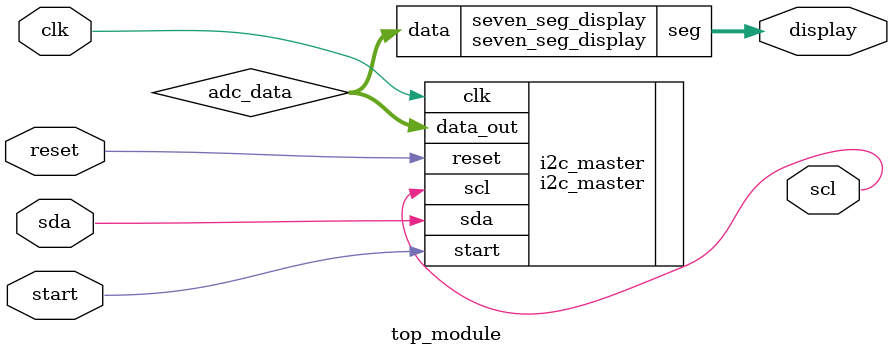
<source format=v>
module I2C_Master_ADS1115_Display (
  input wire reset,
  input wire start_conversion,
  input wire reset_display,
  inout wire sda,
  output wire [6:0] seg_display,
  output reg scl
);

  // Parâmetros de tempo
  parameter SCL_LOW_TIME = 5;  // Tempo em unidades de clk
  parameter SCL_HIGH_TIME = 5; // Tempo em unidades de clk
  parameter START_SETUP_TIME = 5;
  parameter STOP_SETUP_TIME = 5;

  // Estados do mestre I2C
  parameter IDLE = 2'b00;
  parameter START = 2'b01;
  parameter WRITE = 2'b10;
  parameter STOP = 2'b11;

  reg [1:0] state;
  reg [15:0] data;
  reg [3:0] bit_counter;
  reg [7:0] address;
  reg sda_drive;
  reg [6:0] display_data;
  reg [3:0] voltage_bits;

  always @(posedge clk or posedge reset) begin
    if (reset) begin
      state <= IDLE;
      bit_counter <= 0;
      sda_drive <= 1;
      data <= 16'b0;
      display_data <= 7'b0000000;
      voltage_bits <= 3'b0000;
    end else begin
      case (state)
        IDLE: begin
          if (start_condition) begin
            state <= START;
          end
        end
        START: begin
          scl <= 0;
          sda <= 0;
          state <= WRITE;
          bit_counter <= 0;
          address <= 7'b1001000;  // Endereço do ADS1115
          data <= 16'b0000000100000011;  // Configuração padrão (Bits 15:8 = 00000001, Bits 7:0 = 00000011)
        end
        WRITE: begin
          if (bit_counter < 8) begin
            sda <= address[bit_counter];
            bit_counter <= bit_counter + 1;
          end else if (bit_counter < 16) begin
            sda <= data[bit_counter - 8];
            bit_counter <= bit_counter + 1;
          end else if (bit_counter == 16) begin
            sda_drive <= 1;
            sda <= 1;
            state <= STOP;
            bit_counter <= 0;
          end
        end
        STOP: begin
          scl <= 1;
          sda <= 1;
          state <= IDLE;
          if (start_conversion) begin
            voltage_bits <= data[15:12];  // Atualiza os bits de tensão com base na leitura do ADS1115
          end
          if (reset_display) begin
            display_data <= 7'b0000000;  // Reinicia o display para 000
          end else begin
            case (voltage_bits)
              3'b0000: display_data <= 7'b0000000;  // 0V
              3'b0001: display_data <= 7'b0000001;  // 0.5V
              3'b0010: display_data <= 7'b0000010;  // 1V
              3'b0011: display_data <= 7'b0000011;  // 1.5V
              3'b0100: display_data <= 7'b0000100;  // 2V
              3'b0101: display_data <= 7'b0000101;  // 2.5V
              3'b0110: display_data <= 7'b0000110;  // 3V
              3'b0111: display_data <= 7'b0000111;  // 3.5V
              3'b1000: display_data <= 7'b0001000;  //4.0V
              3'b1001: display_data <= 7'b0001001;  //4.5V
              3'b1010: display_data <= 7'b0001010;  //5.0V
              default: display_data <= 7'b0000000;  // Valor padrão para outras faixas de tensão não especificadas
            endcase
          end
        end
      endcase
    end
  end
  // Controlador do mestre I2C
  always @(posedge clk) begin
    case (state)
      IDLE: begin
        sda_drive <= 1;
      end
      START: begin
        sda_drive <= 0;
      end
      WRITE: begin
        sda_drive <= 0;
      end
      STOP: begin
        sda_drive <= 1;
      end
    endcase
  end

  // Gerador de sinal SCL
  always @(posedge clk) begin
    case (state)
      START, WRITE: begin
        scl <= 0;
        #(SCL_LOW_TIME);
        scl <= 1;
        #(SCL_HIGH_TIME);
      end
      STOP: begin
        scl <= 0;
        #(SCL_LOW_TIME);
        scl <= 1;
        #(SCL_HIGH_TIME);
      end
      default: begin
        scl <= 1;
      end
    endcase
  end

endmodule

module seven_seg_display (
    input wire [15:0] data,
    output wire [6:0] seg
);
    always @(*) begin
        case (data)
            6'd0: begin
                firstDigit = 7'b1000000;
                secondDigit = 7'b1000000;
            end
            6'd1: begin
                firstDigit = 7'b1000000;
                secondDigit = 7'b1111001;
            end
            6'd2: begin
                firstDigit = 7'b1000000;
                secondDigit = 7'b0100100;
            end
            6'd3: begin
                firstDigit = 7'b1000000;
                secondDigit = 7'b0110000;
            end
            6'd4: begin
                firstDigit = 7'b1000000;
                secondDigit = 7'b0011001;
            end
            6'd5: begin
                firstDigit = 7'b1000000;
                secondDigit = 7'b0010010;
            end
            6'd6: begin
                firstDigit = 7'b1000000;
                secondDigit = 7'b0000010;
            end
            6'd7: begin
                firstDigit = 7'b1000000;
                secondDigit = 7'b1111000;
            end
            6'd8: begin
                firstDigit = 7'b1000000;
                secondDigit = 7'b0000000;
            end
            6'd9: begin
                firstDigit = 7'b1000000;
                secondDigit = 7'b0010000;
            end
            6'd10: begin
                firstDigit = 7'b1111001;
                secondDigit = 7'b1000000;
            end
                6'd11: begin
                firstDigit = 7'b1111001;
                secondDigit = 7'b1111001;
            end
            6'd12: begin
                firstDigit = 7'b1111001;
                secondDigit = 7'b0100100;
            end
            6'd13: begin
                firstDigit = 7'b1111001;
                secondDigit = 7'b0110000;
            end
            6'd14: begin
                firstDigit = 7'b1111001;
                secondDigit = 7'b0011001;
            end
            6'd15: begin
                firstDigit = 7'b1111001;
                secondDigit = 7'b0010010;
            end
            6'd16: begin
                firstDigit = 7'b1111001;
                secondDigit = 7'b0000010;
            end
            6'd17: begin
                firstDigit = 7'b1111001;
                secondDigit = 7'b1111000;
            end
            6'd18: begin
                firstDigit = 7'b1111001;
                secondDigit = 7'b0000000;
            end
            6'd19: begin
                firstDigit = 7'b1111001;
                secondDigit = 7'b0010000;
            end
            6'd20: begin
                firstDigit = 7'b0100100;
                secondDigit = 7'b1000000;
            end
            6'd21: begin
                firstDigit = 7'b0100100;
                secondDigit = 7'b1111001;
            end
            6'd22: begin
                firstDigit = 7'b0100100;
                secondDigit = 7'b0100100;
            end
            6'd23: begin
                firstDigit = 7'b0100100;
                secondDigit = 7'b0110000;
            end
            6'd24: begin
                firstDigit = 7'b0100100;
                secondDigit = 7'b0011001;
            end
            6'd25: begin
                firstDigit = 7'b0100100;
                secondDigit = 7'b0010010;
            end
            6'd26: begin
                firstDigit = 7'b0100100;
                secondDigit = 7'b0000010;
            end
            6'd27: begin
                firstDigit = 7'b0100100;
                secondDigit = 7'b1111000;
            end
            6'd28: begin
                firstDigit = 7'b0100100;
                secondDigit = 7'b0000000;
            end
            6'd29: begin
                firstDigit = 7'b0100100;
                secondDigit = 7'b0010000;
            end
            6'd30: begin
                firstDigit = 7'b0110000;
                secondDigit = 7'b1000000;
            end
            6'd31: begin
                firstDigit = 7'b0110000;
                secondDigit = 7'b1111001;
            end
            6'd32: begin
                firstDigit = 7'b0110000;
                secondDigit = 7'b0100100;
            end
            6'd33: begin
                firstDigit = 7'b0110000;
                secondDigit = 7'b0110000;
            end
            6'd34: begin
                firstDigit = 7'b0110000;
                secondDigit = 7'b0011001;
            end
            6'd35: begin
                firstDigit = 7'b0110000;
                secondDigit = 7'b0010010;
            end
            6'd36: begin
                firstDigit = 7'b0110000;
                secondDigit = 7'b0000010;
            end
            6'd37: begin
                firstDigit = 7'b0110000;
                secondDigit = 7'b1111000;
            end
            6'd38: begin
                firstDigit = 7'b0110000;
                secondDigit = 7'b0000000;
            end
            6'd39: begin
                firstDigit = 7'b0110000;
                secondDigit = 7'b0010000;
            end
            6'd40: begin
                firstDigit = 7'b0011001;
                secondDigit = 7'b1000000;
            end
            
            // Continue with additional cases if needed
            default: begin
                firstDigit = 7'b0000000;
                secondDigit = 7'b0000000;
            end
        endcase
    end
endmodule

module top_module (
    input  clk,
    input  reset,
    input  start,
    inout  sda,
    output reg [6:0] display,
    output  scl
);
    wire [15:0] adc_data;
    
    i2c_master i2c_master (
        .clk(clk),
        .reset(reset),
        .start(start),
        .sda(sda),
        .scl(scl),
        .data_out(adc_data)
    );
    
    seven_seg_display seven_seg_display (
        .data(adc_data),
        .seg(display)
    );
endmodule

</source>
